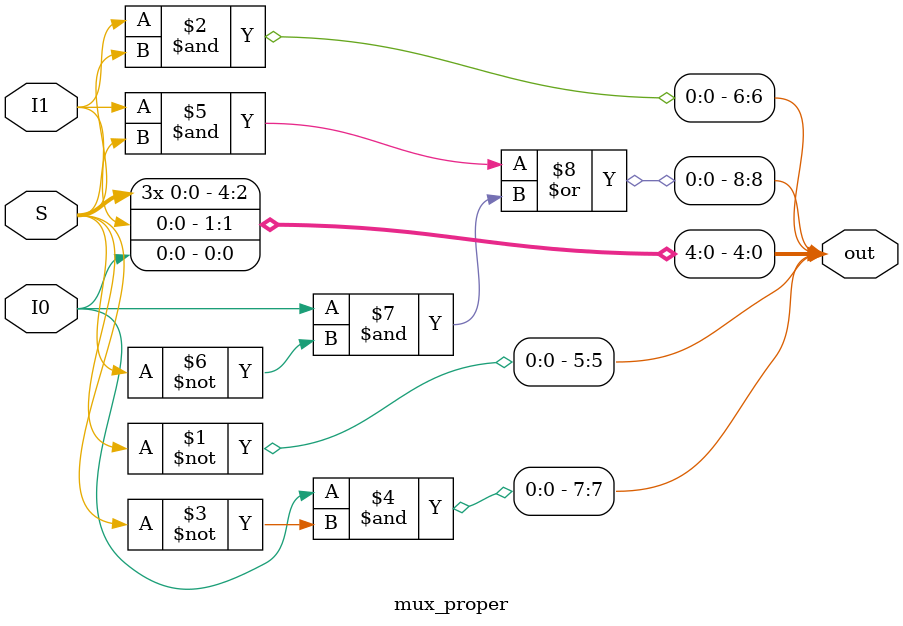
<source format=v>
module mux_proper(S,I0,I1,out);
	input S, I0, I1;
	output [8:0] out;
	assign out[0] = I0;
	assign out[1] = I1;
	assign out[2] = S;
	assign out[3] = S;
	assign out[4] = S;
	assign out[5] = ~S;
	assign out[6] = I1 & S;
	assign out[7] = I0 & (~S);
	assign out[8] = (I1 & S) | (I0 & (~S));
endmodule

</source>
